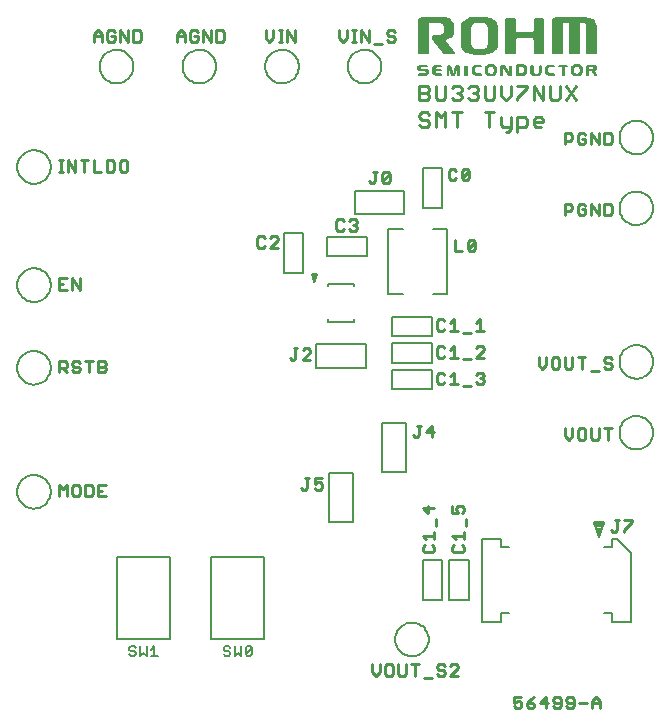
<source format=gto>
G04 Output by ViewMate Pro V11.6.20  PentaLogix*
G04 Fri Sep 23 13:45:53 2016*
%FSLAX25Y25*%
%MOIN*%
%IPPOS*%
%ADD10C,0.011*%
%ADD11C,0.009*%
%ADD12C,0.0079*%
%ADD13C,0.007*%
%ADD14C,0.0055*%

%LPD*%
X0Y0D2*D10*G1X182705Y199215D2*Y197615D1*X183515Y196815*X185115*X185915Y199215D2*X185115Y200015D1*X183515*X182705Y199215*Y198415D2*X185915D1*Y199215*X193585Y205665D2*X196795Y210475D1*X193585D2*X196795Y205665D1*X191355Y210475D2*Y206475D1*X190555Y205665*X188945*X188145Y206475*Y210475*X185915D2*Y205665D1*X182705Y210475*Y205665*X166395Y210475D2*Y206475D1*X144645Y210475D2*X147055D1*X147855Y209675*X147055Y208075D2*X147855Y207275D1*Y206475*X147055Y205665*X144645*Y210475*Y208075D2*X147055D1*X147855Y208875*Y209675*X150085Y210475D2*Y206475D1*X150885Y205665*X157125Y201625D2*Y196815D1*X158725Y201625D2*X155525D1*X167995D2*Y196815D1*X169605Y201625D2*X166395D1*X171835Y200015D2*Y197615D1*X172635Y196815*X175045*X173435Y195205D2*X174235D1*X175045Y196005*Y200015*X177275Y195205D2*Y200015D1*Y196815D2*X179675D1*X180475Y197615*Y199215*X179675Y200015*X177275*Y205665D2*Y206475D1*X180475Y209675*Y210475*X177275*X175045D2*Y207275D1*X173435Y205665*X171835Y207275*Y210475*X169605D2*Y206475D1*X168805Y205665*X167195*X166395Y206475*X162565Y208075D2*X163365D1*X160955Y206475D2*X161765Y205665D1*X163365*X164165Y206475*Y207275*X163365Y208075*X164165Y208875*Y209675*X163365Y210475*X161765*X160955Y209675*X157125Y208075D2*X157925D1*X155525Y206475D2*X156325Y205665D1*X157925*X158725Y206475*Y207275*X157925Y208075*X158725Y208875*Y209675*X157925Y210475*X156325*X155525Y209675*X153285Y210475D2*Y206475D1*X152485Y205665*X150885*X150085Y196815D2*Y201625D1*X153285Y196815D2*Y201625D1*X151685Y200015*X150085Y201625*X147855Y200815D2*X147055Y201625D1*X145445*X144645Y200815*Y200015*X145445Y199215*X147055*X147855Y198415*Y197615*X147055Y196815*X145445*X144645Y197615*D11*X136475Y228445D2*X135835Y229085D1*X134555*X133925Y228445*Y227805*X134555Y227165*X135835*X136475Y226535*Y225895*X135835Y225255*X134555*X133925Y225895*X129575Y224615D2*X132125D1*X127775Y229085D2*Y225255D1*X125225Y229085*Y225255*X122325D2*X123595D1*X122955Y229085D2*Y225255D1*X122325Y229085D2*X123595D1*X120525D2*Y226535D1*X119245Y225255*X117975Y226535*Y229085*X103165D2*Y225255D1*X100615Y229085*Y225255*X97715D2*X98995D1*X98355Y229085D2*Y225255D1*X97715Y229085D2*X98995D1*X95915D2*Y226535D1*X94645Y225255*X93365Y226535*Y229085*X76885D2*Y225255D1*X78805*X79435Y225895*Y228445*X78805Y229085*X76885*X75085D2*Y225255D1*X72535Y229085*Y225255*X63835Y227805D2*Y225255D1*X66385Y227165D2*X63835D1*X68185Y225895D2*X68825Y225255D1*X70105*X70735Y225895*Y227165*X69465*X70735Y228445D2*X70105Y229085D1*X68825*X68185Y228445*Y225895*X66385Y225255D2*Y227805D1*X65115Y229085*X63835Y227805*X49325Y229085D2*Y225255D1*X51245*X51885Y225895*Y228445*X51245Y229085*X49325*X47535D2*Y225255D1*X44975Y229085*Y225255*X38825Y227165D2*X36275D1*X40625Y225895D2*X41265Y225255D1*X42545*X43185Y225895*Y227165*X41905*X43185Y228445D2*X42545Y229085D1*X41265*X40625Y228445*Y225895*X38825Y225255D2*Y227805D1*X37555Y229085*X36275Y227805*Y225255*X27365Y181945D2*Y185775D1*X44765Y182585D2*Y185135D1*X45405Y185775*X46685*X47315Y185135*Y182585*X46685Y181945*X45405*X44765Y182585*X40415Y181945D2*Y185775D1*X42335*X42965Y185135*Y182585*X42335Y181945*X40415*X38615D2*X36065D1*Y185775*X32995D2*Y181945D1*X31715Y185775D2*X34265D1*X29915D2*Y181945D1*X27365Y185775*X24465D2*X25745D1*X25105Y181945D2*Y185775D1*X24465Y181945D2*X25745D1*Y144495D2*X24465D1*X28815Y146405D2*X31365Y142575D1*X27015Y146405D2*X24465D1*Y142575*X27015*X28815Y146405D2*Y142575D1*X31365D2*Y146405D1*X37515Y115015D2*X39435D1*X40065Y115655*Y116295*X39435Y116935*X37515D2*X39435D1*X40065Y117575*Y118205*X39435Y118845*X37515*Y115015*X34445Y118845D2*Y115015D1*X33165Y118845D2*X35715D1*X31365Y118205D2*X30735Y118845D1*X29455*X28815Y118205*Y117575*X29455Y116935*X30735*X31365Y116295*Y115655*X30735Y115015*X29455*X28815Y115655*X26385Y116295D2*X27015Y116935D1*Y118205*X26385Y118845*X24465*Y115015*X26385Y116295D2*X24465D1*X27015Y115015D2*X25745Y116295D1*X27015Y77505D2*X25745Y76235D1*X24465Y77505*Y73675*X27015Y77505D2*Y73675D1*X31365Y76865D2*X30735Y77505D1*X29455*X28815Y76865*Y74315*X29455Y73675*X30735*X31365Y74315*Y76865*X35715D2*Y74315D1*X35085Y73675*X33165*Y77505*X35085*X35715Y76865*X38795Y75595D2*X37515D1*X40065Y77505D2*X37515D1*Y73675*X40065*X184805Y4925D2*X186715Y6835D1*Y3015*X202205D2*Y5565D1*X203475Y6835*X204755Y5565*Y3015*X202205Y4925D2*X204755D1*X197855D2*X200405D1*X196055D2*X194145D1*X193505Y5565*Y6205*X194145Y6835*X195415*X196055Y6205*Y3645*X195415Y3015*X194145*X193505Y3645*X191705D2*X191065Y3015D1*X189795*X189155Y3645*Y5565D2*Y6205D1*X189795Y6835*X191065*X191705Y6205*Y3645*Y4925D2*X189795D1*X189155Y5565*X184805Y4925D2*X187355D1*X183005Y6835D2*X181725Y6205D1*X180455Y4925*Y3645*X181095Y3015*X182365*X183005Y3645*Y4285*X182365Y4925*X180455*X176105Y6835D2*X178655D1*X176105Y3645D2*X176745Y3015D1*X178015*X178655Y3645*Y4925*X178015Y5565*X177375*X176105Y4925*Y6835*X157515Y13835D2*X154955D1*X157515Y16385*Y17025*X156875Y17665*X155595*X154955Y17025*X153165D2*X152525Y17665D1*X151245*X150605Y17025*Y16385*X151245Y15755*X152525*X153165Y15115*Y14475*X152525Y13835*X151245*X150605Y14475*X146255Y13195D2*X148815D1*X143185Y17665D2*Y13835D1*X141905Y17665D2*X144465D1*X140115D2*Y14475D1*X139475Y13835*X138195*X137555Y14475*Y17665*X133205Y17025D2*X133845Y17665D1*X135125*X135765Y17025*Y14475*X135125Y13835*X133845*X133205Y14475*Y17025*X131415Y17665D2*Y15115D1*X130135Y13835*X128855Y15115*Y17665*X105335Y76485D2*X105975Y75845D1*X106605*X107245Y76485*Y79675*X107885D2*X106605D1*X112235D2*X109685D1*Y77755*X112235Y76485D2*Y77755D1*X111595Y78395*X110955*X109685Y77755*Y76485D2*X110325Y75845D1*X111595*X112235Y76485*X158755Y68025D2*X159395Y68665D1*Y69945*X158755Y70585*X157475*X156845Y69945*Y69305*X157475Y68025*X155565*Y70585*X149555Y69945D2*X145725D1*X147635Y68025*Y70585*X150185Y63675D2*Y66235D1*X149555Y59325D2*Y61885D1*Y60605D2*X145725D1*X146995Y59325*X146365Y57535D2*X145725Y56895D1*Y55615*X146365Y54975*X148915*X149555Y55615*Y56895*X148915Y57535*X158755D2*X159395Y56895D1*Y55615*X158755Y54975*X156205*X155565Y55615*Y56895*X156205Y57535*X156845Y59325D2*X155565Y60605D1*X159395*Y61885D2*Y59325D1*X160035Y66235D2*Y63675D1*X212875Y65695D2*X215425D1*Y65055*X212875Y62505*Y61865*X208525Y62505D2*X209165Y61865D1*X209795*X210435Y62505*Y65695*X209795D2*X211075D1*X193085Y96405D2*Y93855D1*X194365Y92575*X195645Y93855*Y96405*X199995Y93215D2*X199355Y92575D1*X198075*X197445Y93215*Y95765*X198075Y96405*X199355*X199995Y95765*Y93215*X204345D2*X203705Y92575D1*X202425*X201795Y93215*Y96405*X204345Y93215D2*Y96405D1*X207415D2*Y92575D1*X208695Y96405D2*X206145D1*X208695Y119385D2*X208055Y120025D1*X206775*X206145Y119385*Y118755*X206775Y118115*X208055*X208695Y117475*Y116835*X208055Y116195*X206775*X206145Y116835*X201795Y115565D2*X204345D1*X198715Y120025D2*Y116195D1*X197445Y120025D2*X199995D1*X195645D2*Y116835D1*X195005Y116195*X193725*X193085Y116835*Y120025*X188735Y119385D2*X189375Y120025D1*X190655*X191295Y119385*Y116835*X190655Y116195*X189375*X188735Y116835*Y119385*X186945Y120025D2*Y117475D1*X185665Y116195*X184385Y117475*Y120025*X166055Y119935D2*X163505D1*X166055Y122495*Y123125*X165415Y123765*X164135*X163505Y123125*Y131345D2*X164775Y132625D1*Y128795*X163505D2*X166055D1*X159155Y128155D2*X161705D1*X154805Y128795D2*X157355D1*X156075D2*Y132625D1*X154805Y131345*X153005Y131985D2*X152365Y132625D1*X151085*X150455Y131985*Y129435*X151085Y128795*X152365*X153005Y129435*Y120575D2*X152365Y119935D1*X151085*X150455Y120575*Y123125*X151085Y123765*X152365*X153005Y123125*X154805Y122495D2*X156075Y123765D1*Y119935*X157355D2*X154805D1*X161705Y119305D2*X159155D1*X163505Y114275D2*X164135Y114905D1*X165415*X166055Y114275*Y113635*X165415Y112995*X164775D2*X165415D1*X166055Y112355*Y111715*X165415Y111085*X164135*X163505Y111715*X159155Y110445D2*X161705D1*X151085Y111085D2*X150455Y111715D1*Y114275*X151085Y114905*X152365*X153005Y114275*X154805Y113635D2*X156075Y114905D1*Y111085*X154805D2*X157355D1*X153005Y111715D2*X152365Y111085D1*X151085*X146925Y95275D2*X148845Y97195D1*Y93365*X146925Y95275D2*X149475D1*X145125Y97195D2*X143855D1*X144495D2*Y94005D1*X143855Y93365*X143215*X142575Y94005*X105745Y119155D2*X108295D1*X105745Y122345D2*X106385Y122975D1*X107665*X108295Y122345*Y121705*X105745Y119155*X101395Y119795D2*X102035Y119155D1*X102675*X103315Y119795*Y122975*X102675D2*X103945D1*X97475Y156555D2*X94925D1*X97475Y159745D2*Y159105D1*X94925Y156555*X93125Y157195D2*X92485Y156555D1*X91205*X90565Y157195*Y159745*X91205Y160385*X92485*X93125Y159745*X94925D2*X95555Y160385D1*X96835*X97475Y159745*X123255Y166085D2*X123885Y165455D1*Y164815*X123255Y164175*X122615D2*X123255D1*X123885Y163535*Y162905*X123255Y162265*X121975*X121335Y162905*X119535D2*X118905Y162265D1*X117625*X116985Y162905*Y165455*X117625Y166085*X118905*X119535Y165455*X121335D2*X121975Y166085D1*X123255*X127815Y178645D2*X128455Y178015D1*X129085*X129725Y178645*Y181835*X130365D2*X129085D1*X134715Y181205D2*X134075Y181835D1*X132805*X132165Y181205*Y178645*X134715D2*Y181205D1*X132165Y178645*X132805Y178015*X134075*X134715Y178645*X156945Y179635D2*X156305Y178995D1*X158735Y182185D2*Y179635D1*X161295Y182185D2*Y179635D1*X160655Y178995*X159375*X158735Y179635*X161295Y182185*X160655Y182825*X159375*X158735Y182185*X156945D2*X156305Y182825D1*X155025*X154385Y182185*Y179635*X155025Y178995*X156305*X156355Y159205D2*Y155375D1*X158905*X160705Y156015D2*Y158565D1*X161345Y159205*X162625*X163255Y158565*X160705Y156015*X161345Y155375*X162625*X163255Y156015*Y158565*X195645Y170575D2*X195005Y171205D1*X193085*Y167385*Y168655D2*X195005D1*X195645Y169295*Y170575*X197445D2*X198075Y171205D1*X199355*X199995Y170575*Y168015D2*X199355Y167385D1*X198075*X197445Y168015*Y170575*X198715Y169295D2*X199995D1*Y168015*X201795Y171205D2*Y167385D1*X206145Y171205D2*X208055D1*X208695Y170575*Y168015*X208055Y167385*X206145*Y171205*X204345D2*Y167385D1*X201795Y171205*Y194835D2*Y191005D1*X206145Y194835D2*X208055D1*X208695Y194195*Y191645*X208055Y191005*X206145*Y194835*X204345D2*Y191005D1*X201795Y194835*X199995Y194195D2*X199355Y194835D1*X198075*X197445Y194195*X198715Y192915D2*X199995D1*Y191645*X199355Y191005*X198075*X197445Y191645*Y194195*X193085Y194835D2*X195005D1*X195645Y194195*Y192915*X195005Y192275*X193085*Y194835D2*Y191005D1*D12*X211345Y193305D2*X211365Y192835D1*X211425Y192375*X211525Y191915*X211655Y191465*X211825Y191035*X212035Y190615*X212275Y190215*X212555Y189835*X212865Y189475*X213195Y189155*X213555Y188855*X213935Y188585*X214345Y188355*X214765Y188155*X215205Y187985*X215655Y187865*X216115Y187775*X216585Y187725*X217055Y187715*X217515Y187745*X217985Y187815*X218435Y187925*X218885Y188065*X219315Y188245*X219735Y188465*X220125Y188715*X220495Y188995*X220845Y189315*X221165Y189655*X221455Y190015*X221715Y190405*X221945Y190815*X222135Y191245*X222285Y191685*X222405Y192145*X222485Y192605*X222525Y193075*Y193535*X222485Y194005*X222405Y194465*X222285Y194925*X222135Y195365*X221945Y195795*X221715Y196205*X221455Y196595*X221165Y196955*X220845Y197295*X220495Y197615*X220125Y197895*X219725Y198145*X219315Y198365*X218885Y198545*X218435Y198685*X217985Y198795*X217515Y198865*X217055Y198895*X216585Y198885*X216115Y198835*X215655Y198745*X215205Y198625*X214765Y198455*X214345Y198255*X213935Y198025*X213555Y197755*X213195Y197455*X212865Y197135*X212555Y196775*X212275Y196395*X212035Y195995*X211825Y195575*X211655Y195145*X211525Y194695*X211425Y194235*X211365Y193775*X211345Y193305*Y169685D2*X211365Y169215D1*X211425Y168755*X211525Y168295*X211655Y167845*X211825Y167415*X212035Y166995*X212275Y166595*X212555Y166215*X212865Y165855*X213195Y165535*X213555Y165235*X213935Y164965*X214345Y164735*X214765Y164535*X215205Y164365*X215655Y164245*X216115Y164155*X216585Y164105*X217055Y164095*X217515Y164125*X217985Y164195*X218435Y164305*X218885Y164445*X219315Y164625*X219735Y164845*X220125Y165095*X220495Y165375*X220845Y165695*X221165Y166035*X221455Y166395*X221715Y166785*X221945Y167195*X222135Y167625*X222285Y168065*X222405Y168525*X222485Y168985*X222525Y169455*Y169915*X222485Y170385*X222405Y170845*X222285Y171305*X222135Y171745*X221945Y172175*X221715Y172585*X221455Y172975*X221165Y173335*X220845Y173675*X220495Y173995*X220125Y174275*X219725Y174525*X219315Y174745*X218885Y174925*X218435Y175065*X217985Y175175*X217515Y175245*X217055Y175275*X216585Y175265*X216115Y175215*X215655Y175125*X215205Y175005*X214765Y174835*X214345Y174635*X213935Y174405*X213555Y174135*X213195Y173835*X212865Y173515*X212555Y173155*X212275Y172775*X212035Y172375*X211825Y171955*X211655Y171525*X211525Y171075*X211425Y170615*X211365Y170155*X211345Y169685*Y118505D2*X211365Y118035D1*X211425Y117575*X211525Y117115*X211655Y116665*X211825Y116235*X212035Y115815*X212275Y115415*X212555Y115035*X212865Y114675*X213195Y114355*X213555Y114055*X213935Y113785*X214345Y113555*X214765Y113355*X215205Y113185*X215655Y113065*X216115Y112975*X216585Y112925*X217055Y112915*X217515Y112945*X217985Y113015*X218435Y113125*X218885Y113265*X219315Y113445*X219735Y113665*X220125Y113915*X220495Y114195*X220845Y114515*X221165Y114855*X221455Y115215*X221715Y115605*X221945Y116015*X222135Y116445*X222285Y116885*X222405Y117345*X222485Y117805*X222525Y118275*Y118735*X222485Y119205*X222405Y119665*X222285Y120125*X222135Y120565*X221945Y120995*X221715Y121405*X221455Y121795*X221165Y122155*X220845Y122495*X220495Y122815*X220125Y123095*X219725Y123345*X219315Y123565*X218885Y123745*X218435Y123885*X217985Y123995*X217515Y124065*X217055Y124095*X216585Y124085*X216115Y124035*X215655Y123945*X215205Y123825*X214765Y123655*X214345Y123455*X213935Y123225*X213555Y122955*X213195Y122655*X212865Y122335*X212555Y121975*X212275Y121595*X212035Y121195*X211825Y120775*X211655Y120345*X211525Y119895*X211425Y119435*X211365Y118975*X211345Y118505*Y94885D2*X211365Y94415D1*X211425Y93955*X211525Y93495*X211655Y93045*X211825Y92615*X212035Y92195*X212275Y91795*X212555Y91415*X212865Y91055*X213195Y90735*X213555Y90435*X213935Y90165*X214345Y89935*X214765Y89735*X215205Y89565*X215655Y89445*X216115Y89355*X216585Y89305*X217055Y89295*X217515Y89325*X217985Y89395*X218435Y89505*X218885Y89645*X219315Y89825*X219735Y90045*X220125Y90295*X220495Y90575*X220845Y90895*X221165Y91235*X221455Y91595*X221715Y91985*X221945Y92395*X222135Y92825*X222285Y93265*X222405Y93725*X222485Y94185*X222525Y94655*Y95115*X222485Y95585*X222405Y96045*X222285Y96505*X222135Y96945*X221945Y97375*X221715Y97785*X221455Y98175*X221165Y98535*X220845Y98875*X220495Y99195*X220125Y99475*X219725Y99725*X219315Y99945*X218885Y100125*X218435Y100265*X217985Y100375*X217515Y100445*X217055Y100475*X216585Y100465*X216115Y100415*X215655Y100325*X215205Y100205*X214765Y100035*X214345Y99835*X213935Y99605*X213555Y99335*X213195Y99035*X212865Y98715*X212555Y98355*X212275Y97975*X212035Y97575*X211825Y97155*X211655Y96725*X211525Y96275*X211425Y95815*X211365Y95355*X211345Y94885*X206105Y34645D2*X208855D1*Y31895*X215155*Y54725*X210435Y59455*X208855*Y56695*X206105*X204685Y60645D2*X204375D1*X204085Y61415D2*X204975D1*X205265Y62185D2*X203795D1*X203505Y62955D2*X205545D1*X205835Y63735D2*X203215D1*X202925Y64505D2*X206125D1*X202755Y64965D2*X206305D1*X204525Y60235*X202755Y64965*X174605Y56695D2*X171855D1*Y59455*X165555*Y31895*X174605Y34645D2*X171855D1*Y31895*X165555*X154625Y38975D2*Y52365D1*X161125*Y38975*X154625*X145765D2*Y52365D1*X152265*Y38975*X145765*X136535Y25985D2*X136555Y25515D1*X136615Y25055*X136715Y24595*X136845Y24145*X137015Y23715*X137225Y23295*X137465Y22895*X137745Y22515*X138055Y22155*X138385Y21835*X138745Y21535*X139125Y21265*X139535Y21035*X139955Y20835*X140395Y20665*X140845Y20545*X141305Y20455*X141775Y20405*X142245Y20395*X142705Y20425*X143175Y20495*X143625Y20605*X144075Y20745*X144505Y20925*X144925Y21145*X145315Y21395*X145685Y21675*X146035Y21995*X146355Y22335*X146645Y22695*X146905Y23085*X147135Y23495*X147325Y23925*X147475Y24365*X147595Y24825*X147675Y25285*X147715Y25755*Y26215*X147675Y26685*X147595Y27145*X147475Y27605*X147325Y28045*X147135Y28475*X146905Y28885*X146645Y29275*X146355Y29635*X146035Y29975*X145685Y30295*X145315Y30575*X144915Y30825*X144505Y31045*X144075Y31225*X143625Y31365*X143175Y31475*X142705Y31545*X142245Y31575*X141775Y31565*X141305Y31515*X140845Y31425*X140395Y31305*X139955Y31135*X139535Y30935*X139125Y30705*X138745Y30435*X138385Y30135*X138055Y29815*X137745Y29455*X137465Y29075*X137225Y28675*X137015Y28255*X136845Y27825*X136715Y27375*X136615Y26915*X136555Y26455*X136535Y25985*X10555Y75195D2*X10575Y74725D1*X10635Y74265*X10735Y73805*X10865Y73355*X11035Y72925*X11245Y72505*X11485Y72105*X11765Y71725*X12075Y71365*X12405Y71045*X12765Y70745*X13145Y70475*X13555Y70245*X13975Y70045*X14415Y69875*X14865Y69755*X15325Y69665*X15795Y69615*X16265Y69605*X16725Y69635*X17195Y69705*X17645Y69815*X18095Y69955*X18525Y70135*X18945Y70355*X19335Y70605*X19705Y70885*X20055Y71205*X20375Y71545*X20665Y71905*X20925Y72295*X21155Y72705*X21345Y73135*X21495Y73575*X21615Y74035*X21695Y74495*X21735Y74965*Y75425*X21695Y75895*X21615Y76355*X21495Y76815*X21345Y77255*X21155Y77685*X20925Y78095*X20665Y78485*X20375Y78845*X20055Y79185*X19705Y79505*X19335Y79785*X18935Y80035*X18525Y80255*X18095Y80435*X17645Y80575*X17195Y80685*X16725Y80755*X16265Y80785*X15795Y80775*X15325Y80725*X14865Y80635*X14415Y80515*X13975Y80345*X13555Y80145*X13145Y79915*X12765Y79645*X12405Y79345*X12075Y79025*X11765Y78665*X11485Y78285*X11245Y77885*X11035Y77465*X10865Y77035*X10735Y76585*X10635Y76125*X10575Y75665*X10555Y75195*Y116535D2*X10575Y116065D1*X10635Y115605*X10735Y115145*X10865Y114695*X11035Y114265*X11245Y113845*X11485Y113445*X11765Y113065*X12075Y112705*X12405Y112385*X12765Y112085*X13145Y111815*X13555Y111585*X13975Y111385*X14415Y111215*X14865Y111095*X15325Y111005*X15795Y110955*X16265Y110945*X16725Y110975*X17195Y111045*X17645Y111155*X18095Y111295*X18525Y111475*X18945Y111695*X19335Y111945*X19705Y112225*X20055Y112545*X20375Y112885*X20665Y113245*X20925Y113635*X21155Y114045*X21345Y114475*X21495Y114915*X21615Y115375*X21695Y115835*X21735Y116305*Y116765*X21695Y117235*X21615Y117695*X21495Y118155*X21345Y118595*X21155Y119025*X20925Y119435*X20665Y119825*X20375Y120185*X20055Y120525*X19705Y120845*X19335Y121125*X18935Y121375*X18525Y121595*X18095Y121775*X17645Y121915*X17195Y122025*X16725Y122095*X16265Y122125*X15795Y122115*X15325Y122065*X14865Y121975*X14415Y121855*X13975Y121685*X13555Y121485*X13145Y121255*X12765Y120985*X12405Y120685*X12075Y120365*X11765Y120005*X11485Y119625*X11245Y119225*X11035Y118805*X10865Y118375*X10735Y117925*X10635Y117465*X10575Y117005*X10555Y116535*Y144095D2*X10575Y143625D1*X10635Y143165*X10735Y142705*X10865Y142255*X11035Y141825*X11245Y141405*X11485Y141005*X11765Y140625*X12075Y140265*X12405Y139945*X12765Y139645*X13145Y139375*X13555Y139145*X13975Y138945*X14415Y138775*X14865Y138655*X15325Y138565*X15795Y138515*X16265Y138505*X16725Y138535*X17195Y138605*X17645Y138715*X18095Y138855*X18525Y139035*X18945Y139255*X19335Y139505*X19705Y139785*X20055Y140105*X20375Y140445*X20665Y140805*X20925Y141195*X21155Y141605*X21345Y142035*X21495Y142475*X21615Y142935*X21695Y143395*X21735Y143865*Y144325*X21695Y144795*X21615Y145255*X21495Y145715*X21345Y146155*X21155Y146585*X20925Y146995*X20665Y147385*X20375Y147745*X20055Y148085*X19705Y148405*X19335Y148685*X18935Y148935*X18525Y149155*X18095Y149335*X17645Y149475*X17195Y149585*X16725Y149655*X16265Y149685*X15795Y149675*X15325Y149625*X14865Y149535*X14415Y149415*X13975Y149245*X13555Y149045*X13145Y148815*X12765Y148545*X12405Y148245*X12075Y147925*X11765Y147565*X11485Y147185*X11245Y146785*X11035Y146365*X10865Y145935*X10735Y145485*X10635Y145025*X10575Y144565*X10555Y144095*Y183465D2*X10575Y182995D1*X10635Y182535*X10735Y182075*X10865Y181625*X11035Y181195*X11245Y180775*X11485Y180375*X11765Y179995*X12075Y179635*X12405Y179315*X12765Y179015*X13145Y178745*X13555Y178515*X13975Y178315*X14415Y178145*X14865Y178025*X15325Y177935*X15795Y177885*X16265Y177875*X16725Y177905*X17195Y177975*X17645Y178085*X18095Y178225*X18525Y178405*X18945Y178625*X19335Y178875*X19705Y179155*X20055Y179475*X20375Y179815*X20665Y180175*X20925Y180565*X21155Y180975*X21345Y181405*X21495Y181845*X21615Y182305*X21695Y182765*X21735Y183235*Y183695*X21695Y184165*X21615Y184625*X21495Y185085*X21345Y185525*X21155Y185955*X20925Y186365*X20665Y186755*X20375Y187115*X20055Y187455*X19705Y187775*X19335Y188055*X18935Y188305*X18525Y188525*X18095Y188705*X17645Y188845*X17195Y188955*X16725Y189025*X16265Y189055*X15795Y189045*X15325Y188995*X14865Y188905*X14415Y188785*X13975Y188615*X13555Y188415*X13145Y188185*X12765Y187915*X12405Y187615*X12075Y187295*X11765Y186935*X11485Y186555*X11245Y186155*X11035Y185735*X10865Y185305*X10735Y184855*X10635Y184395*X10575Y183935*X10555Y183465*X38115Y216935D2*X38135Y216465D1*X38195Y216005*X38295Y215545*X38425Y215095*X38595Y214665*X38805Y214245*X39045Y213845*X39325Y213465*X39635Y213105*X39965Y212785*X40325Y212485*X40705Y212215*X41115Y211985*X41535Y211785*X41975Y211615*X42425Y211495*X42885Y211405*X43355Y211355*X43825Y211345*X44285Y211375*X44755Y211445*X45205Y211555*X45655Y211695*X46085Y211875*X46505Y212095*X46895Y212345*X47265Y212625*X47615Y212945*X47935Y213285*X48225Y213645*X48485Y214035*X48715Y214445*X48905Y214875*X49055Y215315*X49175Y215775*X49255Y216235*X49295Y216705*Y217165*X49255Y217635*X49175Y218095*X49055Y218555*X48905Y218995*X48715Y219425*X48485Y219835*X48225Y220225*X47935Y220585*X47615Y220925*X47265Y221245*X46895Y221525*X46495Y221775*X46085Y221995*X45655Y222175*X45205Y222315*X44755Y222425*X44285Y222495*X43825Y222525*X43355Y222515*X42885Y222465*X42425Y222375*X41975Y222255*X41535Y222085*X41115Y221885*X40705Y221655*X40325Y221385*X39965Y221085*X39635Y220765*X39325Y220405*X39045Y220025*X38805Y219625*X38595Y219205*X38425Y218775*X38295Y218325*X38195Y217865*X38135Y217405*X38115Y216935*X65675D2*X65695Y216465D1*X65755Y216005*X65855Y215545*X65985Y215095*X66155Y214665*X66365Y214245*X66605Y213845*X66885Y213465*X67195Y213105*X67525Y212785*X67885Y212485*X68265Y212215*X68675Y211985*X69095Y211785*X69535Y211615*X69985Y211495*X70445Y211405*X70915Y211355*X71385Y211345*X71845Y211375*X72315Y211445*X72765Y211555*X73215Y211695*X73645Y211875*X74065Y212095*X74455Y212345*X74825Y212625*X75175Y212945*X75495Y213285*X75785Y213645*X76045Y214035*X76275Y214445*X76465Y214875*X76615Y215315*X76735Y215775*X76815Y216235*X76855Y216705*Y217165*X76815Y217635*X76735Y218095*X76615Y218555*X76465Y218995*X76275Y219425*X76045Y219835*X75785Y220225*X75495Y220585*X75175Y220925*X74825Y221245*X74455Y221525*X74055Y221775*X73645Y221995*X73215Y222175*X72765Y222315*X72315Y222425*X71845Y222495*X71385Y222525*X70915Y222515*X70445Y222465*X69985Y222375*X69535Y222255*X69095Y222085*X68675Y221885*X68265Y221655*X67885Y221385*X67525Y221085*X67195Y220765*X66885Y220405*X66605Y220025*X66365Y219625*X66155Y219205*X65985Y218775*X65855Y218325*X65755Y217865*X65695Y217405*X65675Y216935*X93235D2*X93255Y216465D1*X93315Y216005*X93415Y215545*X93545Y215095*X93715Y214665*X93925Y214245*X94165Y213845*X94445Y213465*X94755Y213105*X95085Y212785*X95445Y212485*X95825Y212215*X96235Y211985*X96655Y211785*X97095Y211615*X97545Y211495*X98005Y211405*X98475Y211355*X98945Y211345*X99405Y211375*X99875Y211445*X100325Y211555*X100775Y211695*X101205Y211875*X101625Y212095*X102015Y212345*X102385Y212625*X102735Y212945*X103055Y213285*X103345Y213645*X103605Y214035*X103835Y214445*X104025Y214875*X104175Y215315*X104295Y215775*X104375Y216235*X104415Y216705*Y217165*X104375Y217635*X104295Y218095*X104175Y218555*X104025Y218995*X103835Y219425*X103605Y219835*X103345Y220225*X103055Y220585*X102735Y220925*X102385Y221245*X102015Y221525*X101615Y221775*X101205Y221995*X100775Y222175*X100325Y222315*X99875Y222425*X99405Y222495*X98945Y222525*X98475Y222515*X98005Y222465*X97545Y222375*X97095Y222255*X96655Y222085*X96235Y221885*X95825Y221655*X95445Y221385*X95085Y221085*X94755Y220765*X94445Y220405*X94165Y220025*X93925Y219625*X93715Y219205*X93545Y218775*X93415Y218325*X93315Y217865*X93255Y217405*X93235Y216935*X120785D2*X120805Y216465D1*X120865Y216005*X120965Y215545*X121095Y215095*X121265Y214665*X121475Y214245*X121715Y213845*X121995Y213465*X122305Y213105*X122635Y212785*X122995Y212485*X123375Y212215*X123785Y211985*X124205Y211785*X124645Y211615*X125095Y211495*X125555Y211405*X126025Y211355*X126495Y211345*X126955Y211375*X127425Y211445*X127875Y211555*X128325Y211695*X128755Y211875*X129175Y212095*X129565Y212345*X129935Y212625*X130285Y212945*X130605Y213285*X130895Y213645*X131155Y214035*X131385Y214445*X131575Y214875*X131725Y215315*X131845Y215775*X131925Y216235*X131965Y216705*Y217165*X131925Y217635*X131845Y218095*X131725Y218555*X131575Y218995*X131385Y219425*X131155Y219835*X130895Y220225*X130605Y220585*X130285Y220925*X129935Y221245*X129565Y221525*X129165Y221775*X128755Y221995*X128325Y222175*X127875Y222315*X127425Y222425*X126955Y222495*X126495Y222525*X126025Y222515*X125555Y222465*X125095Y222375*X124645Y222255*X124205Y222085*X123785Y221885*X123375Y221655*X122995Y221385*X122635Y221085*X122305Y220765*X121995Y220405*X121715Y220025*X121475Y219625*X121265Y219205*X121095Y218775*X120965Y218325*X120865Y217865*X120805Y217405*X120785Y216935*X145765Y169885D2*Y183265D1*X152265*Y169885*X145765*X149015Y162795D2*X153935D1*Y141145*X149015*X139175D2*X134255D1*Y162795*X139175*X123035Y167715D2*Y175595D1*X139565*Y167715*X123035*X113785Y153645D2*Y160135D1*X127165*Y153645*X113785*X106005Y148225D2*Y161615D1*X99505*Y148225*X106005*X109755Y145605D2*X109535D1*X109275Y146375D2*X110015D1*X110275Y147155D2*X109025D1*X110435Y147635D2*X109645Y145275D1*X108855Y147635*X110435*X122835Y143705D2*Y144485D1*X114175*Y143705*Y132675D2*Y131895D1*X122835*Y132675*X135435Y127065D2*X148825D1*Y133565*X135435*Y127065*X126775Y116535D2*X110235D1*Y124415*X126775*Y116535*X135435Y118205D2*X148825D1*Y124705*X135435*Y118205*Y109355D2*X148825D1*Y115845*X135435*Y109355*X132285Y81695D2*X140155D1*Y98225*X132285*Y81695*X114565Y64965D2*Y81495D1*X122445*Y64965*X114565*X75195Y25985D2*Y53545D1*X92915*Y25985*X75195*X61415D2*Y53545D1*X43705*Y25985*X61415*D13*X47945Y20975D2*X48485Y20435D1*X49565*X50105Y20975*Y21505*X49565Y22045*X48485*X47945Y22585*Y23125*X48485Y23665*X49565*X50105Y23125*X51565Y23665D2*Y20435D1*X52645Y21505*X53725Y20435*Y23665*X55195Y22585D2*X56275Y23665D1*Y20435*X57355D2*X55195D1*X85225D2*Y23665D1*X79435Y20975D2*X79975Y20435D1*X81055*X81595Y20975*Y21505*X81055Y22045*X79975*X79435Y22585*Y23125*X79975Y23665*X81055*X81595Y23125*X83065Y23665D2*Y20435D1*X84145Y21505*X85225Y20435*X86685Y20975D2*Y23125D1*X87225Y23665*X88305*X88845Y23125D2*Y20975D1*X88305Y20435*X87225*X86685Y20975*X88845Y23125*X88305Y23665*D14*X200725Y217215D2*Y214255D1*X200525*X200455Y215635D2*Y214255D1*X202345Y215765D2*X202505Y215785D1*X202665Y215835*X202805Y215925*X202915Y216035*X203005Y216175*X203055Y216335*X203075Y216495*X202705Y217285D2*X202855Y217265D1*X203005Y217225*X203145Y217155*X203265Y217055*X203365Y216935*X203435Y216795*X203475Y216645*X203495Y216495*X202755Y215765D2*X202915Y215785D1*X203075Y215835*X203215Y215925*X203325Y216035*X203415Y216175*X203465Y216335*X203485Y216495*X203075D2*X203055Y216645D1*X203015Y216795*X202945Y216935*X202845Y217055*X202725Y217155*X202585Y217225*X202435Y217265*X202285Y217285*X202705D2*X201835D1*X202285D2*X201835D1*X200455*Y215765*Y215635*X202035*X202755Y215765D2*X202385D1*X202035*X201625D2*X202035D1*X203145Y214255*X203445D2*X203205D1*X202385Y215765D2*X203485Y214255D1*X202345Y215765D2*X201625D1*X200455*X198385Y216235D2*X198365Y216415D1*X198325Y216595*X198245Y216765*X198135Y216905*X198005Y217035*X197865Y217145*X197695Y217225*X197515Y217265*X197335Y217285*X197465Y217425D2*X197675Y217405D1*X197875Y217355*X198075Y217275*X198255Y217165*X198415Y217035*X198545Y216875*X198655Y216695*X198735Y216495*X198785Y216295*X198805Y216085*X197415Y214125D2*X197635Y214145D1*X197845Y214195*X198045Y214275*X198225Y214385*X198395Y214525*X198535Y214695*X198645Y214875*X198725Y215075*X198775Y215285*X198795Y215505*X198805Y216085D2*Y215505D1*X198385Y216235D2*Y215325D1*X198365Y215135*X198325Y214955*X198245Y214795*X198135Y214635*X198005Y214505*X197855Y214395*X197685Y214315*X197505Y214275*X197315Y214255*X195775Y215375D2*X195795Y215185D1*X195845Y214995*X195925Y214815*X196035Y214655*X196175Y214515*X196335Y214405*X196515Y214325*X196705Y214275*X196895Y214255*X197315*X196755Y214115D2*X197415D1*X196755Y214125D2*X196535Y214145D1*X196325Y214195*X196125Y214275*X195935Y214395*X195775Y214535*X195635Y214695*X195515Y214885*X195435Y215085*X195385Y215295*X195365Y215515*X195775Y216175D2*X195795Y216365D1*X195845Y216555*X195925Y216735*X196035Y216885*X196175Y217025*X196325Y217135*X196505Y217215*X196695Y217265*X196885Y217285*X197335D2*X196875D1*X197465Y217425D2*X196715D1*X196505Y217405*X196295Y217355*X196095Y217275*X195915Y217165*X195755Y217025*X195615Y216865*X195505Y216685*X195425Y216485*X195375Y216275*X195355Y216065*X195765Y215375D2*Y216175D1*X195355Y216065D2*Y215515D1*X144375Y221835D2*X147405D1*Y222375D2*X144375D1*Y222915D2*X147405D1*Y223445D2*X144375D1*Y223985D2*X147405D1*Y224515D2*X144375D1*Y225055D2*X147405D1*Y225595D2*X144375D1*Y226125D2*X147405D1*Y226665D2*X144375D1*X146405Y233095D2*X152905D1*X154545Y232565D2*X144375D1*X152665Y227735D2*X155755D1*X155935Y228275D2*X153085D1*X153175Y228805D2*X155945D1*Y229345D2*X153195D1*Y229885D2*X155945D1*Y230415D2*X153155D1*X152965Y230955D2*X155845D1*X155615Y231495D2*X152445D1*X144375Y232025D2*X155185D1*X147535Y231495D2*X144375D1*Y230955D2*X147405D1*Y230415D2*X144375D1*Y229885D2*X147405D1*Y229345D2*X144375D1*Y228805D2*X147405D1*Y228275D2*X144375D1*Y227735D2*X147405D1*Y227205D2*X144375D1*X155365D2*X149335D1*Y226665D2*X154725D1*X152705Y226125D2*X149335D1*X149735Y225595D2*X152795D1*X153255Y225055D2*X150155D1*X150575Y224515D2*X153725D1*X154185Y223985D2*X151005D1*X151425Y223445D2*X154655D1*X155115Y222915D2*X151845D1*X152265Y222375D2*X155585D1*X156045Y221835D2*X152695D1*X156295Y221555D2*X152915D1*X149335Y226105*Y227205*X151055*X151505Y227255*X151945Y227365*X152365Y227555*X152635Y227705*X152865Y227915*X153055Y228175*X153165Y228575*X153195Y228995*Y230235*X153095Y230665*X152915Y231065*X152715Y231285*X152485Y231475*X152225Y231615*X151685Y231805*X151125Y231895*X148245*X148025Y231865*X147825Y231775*X147645Y231645*X147515Y231475*X147435Y231265*X147405Y231055*Y221555*X144375*Y232855*X145745Y233065*X147125Y233135*X152225*X152815Y233115*X153385Y233025*X153945Y232855*X154435Y232635*X154875Y232335*X155255Y231955*X155545Y231625*X155755Y231235*X155895Y230815*X155945Y230375*Y228585*X155935Y228265*X155865Y227955*X155725Y227665*X155535Y227415*X155305Y227115*X155025Y226855*X154705Y226655*X154065Y226395*X153395Y226245*X152705Y226175*Y225695*X156295Y221555*X160525Y221835D2*X168625D1*X166755Y221305D2*X162465D1*X174825Y214255D2*X174965D1*X174475D2*X174615D1*X172345Y217285D2*X172205D1*X173445Y221835D2*X176475D1*Y222375D2*X173445D1*Y222915D2*X176475D1*Y223445D2*X173445D1*Y223985D2*X176475D1*Y224515D2*X173445D1*Y225055D2*X176475D1*Y225595D2*X173445D1*Y226125D2*X176545D1*X160765Y232565D2*X168755D1*X169575Y232025D2*X159795D1*X167745Y229885D2*X170555D1*Y229345D2*X167785D1*X167795Y228805D2*X170555D1*Y228275D2*X167795D1*Y227735D2*X170555D1*Y227205D2*X167795D1*Y226665D2*X170555D1*Y226125D2*X167795D1*Y225595D2*X170555D1*Y225055D2*X167785D1*X167765Y224515D2*X170555D1*X170515Y223985D2*X167675D1*X167525Y223445D2*X170355D1*X170015Y222915D2*X167105D1*X159705Y222375D2*X169485D1*X162335Y222915D2*X159195D1*X158905Y223445D2*X161885D1*X161705Y223985D2*X158755D1*X158705Y224515D2*X161625D1*X161605Y225055D2*X158705D1*Y225595D2*X161595D1*Y226125D2*X158705D1*Y226665D2*X161595D1*Y227205D2*X158705D1*Y227735D2*X161595D1*Y228275D2*X158705D1*Y228805D2*X161595D1*X161605Y229345D2*X158705D1*Y229885D2*X161645D1*X161715Y230415D2*X158765D1*X158925Y230955D2*X161955D1*X162435Y231495D2*X159245D1*X166705Y233095D2*X162775D1*X170065Y231495D2*X166935D1*X167415Y230955D2*X170355D1*X167585Y230585D2*X167455Y230895D1*X167265Y231175*X167035Y231415*X166765Y231615*X166225Y231805*X165665Y231895*X163735*X163305Y231845*X162885Y231735*X162495Y231545*X162175Y231255*X161925Y230905*X161735Y230515*X161625Y229795*X161595Y229065*Y227415*X158705*X161595*Y225275*X161615Y224545*X161735Y223835*X161845Y223515*X162005Y223235*X162225Y222995*X162495Y222795*X162765Y222605*X163075Y222465*X163395Y222395*X163735Y222385*X165795*X166215Y222445*X166605Y222585*X166965Y222795*X167215Y223015*X167425Y223265*X167585Y223555*X167765Y224405*X167795Y225275*Y229065*X167755Y229835*X167585Y230585*X170505Y230415D2*X167625D1*X170475Y230575D2*X170555Y230095D1*Y224455*X170515Y223975*X170385Y223515*X170165Y223095*X169865Y222725*X169405Y222295*X168865Y221945*X168275Y221695*X167705Y221475*X167105Y221335*X166485Y221285*X162695*X162065Y221345*X161435Y221475*X160835Y221695*X160335Y221925*X159875Y222225*X159455Y222585*X159155Y222965*X158925Y223385*X158775Y223835*X158705Y224315*Y227415*Y230095*X158785Y230555*X158945Y230995*X159165Y231395*X159455Y231755*X159915Y232125*X160425Y232425*X160975Y232645*X161955Y232965*X162975Y233135*X166285*X166985Y233075*X167675Y232935*X168345Y232715*X168885Y232515*X169375Y232215*X169795Y231825*X170095Y231445*X170325Y231025*X170475Y230575*X173445Y232565D2*X176475D1*Y232025D2*X173445D1*Y231495D2*X176475D1*Y230955D2*X173445D1*Y230415D2*X176475D1*Y229885D2*X173445D1*Y229345D2*X176475D1*X176505Y228805D2*X173445D1*Y228275D2*X176915D1*X185985Y227735D2*X173445D1*Y227205D2*X185985D1*Y226665D2*X173445D1*X183095Y221835D2*X185985D1*Y222375D2*X183095D1*Y222915D2*X185985D1*Y223445D2*X183095D1*Y223985D2*X185985D1*Y224515D2*X183095D1*Y225055D2*X185985D1*Y225595D2*X183095D1*X183025Y226125D2*X185985D1*Y228275D2*X182655D1*X183065Y228805D2*X185985D1*Y229345D2*X183095D1*Y229885D2*X185985D1*Y230415D2*X183095D1*Y230955D2*X185985D1*Y231495D2*X183095D1*Y232025D2*X185985D1*X183095Y232855D2*X185985D1*Y221555*X183095*Y225825*X183065Y226035*X182985Y226235*X182845Y226415*X182675Y226545*X182475Y226625*X182255Y226655*X177305*X177095Y226625*X176895Y226545*X176725Y226415*X176585Y226235*X176505Y226035*X176475Y225825*Y221555*X173445*Y232855*X176475*Y229005*X176505Y228785*X176585Y228585*X176725Y228415*X176895Y228285*X177095Y228195*X177305Y228175*X182265*X182475Y228195*X182675Y228285*X182845Y228415*X182985Y228585*X183065Y228785*X183095Y228995*Y232855*X185985Y232565D2*X183095D1*X201935D2*X189295D1*X191765Y233095D2*X199925D1*X197885Y231495D2*X194705D1*X194935Y230955D2*X197695D1*Y230415D2*X194945D1*Y229885D2*X197695D1*Y229345D2*X194945D1*Y228805D2*X197695D1*Y228275D2*X194945D1*Y227735D2*X197695D1*Y227205D2*X194945D1*Y226665D2*X197695D1*Y226125D2*X194945D1*Y225595D2*X197695D1*Y225055D2*X194945D1*Y224515D2*X197695D1*Y223985D2*X194945D1*Y223445D2*X197695D1*Y222915D2*X194945D1*Y222375D2*X197695D1*Y221835D2*X194945D1*X203485D2*X200595D1*Y222375D2*X203485D1*Y222915D2*X200595D1*Y223445D2*X203485D1*Y223985D2*X200595D1*Y224515D2*X203485D1*Y225055D2*X200595D1*Y225595D2*X203485D1*Y226125D2*X200595D1*Y226665D2*X203485D1*Y227205D2*X200595D1*Y227735D2*X203485D1*Y228275D2*X200595D1*Y228805D2*X203485D1*Y229345D2*X200595D1*Y229885D2*X203475D1*X203415Y230415D2*X200595D1*X200475Y230955D2*X203275D1*X203055Y231495D2*X200025D1*X189295Y232025D2*X202675D1*X192275Y231495D2*X189295D1*Y230955D2*X192055D1*X192045Y230415D2*X189295D1*Y229885D2*X192045D1*Y229345D2*X189295D1*Y228805D2*X192045D1*Y228275D2*X189295D1*Y227735D2*X192045D1*Y227205D2*X189295D1*Y226665D2*X192045D1*Y226125D2*X189295D1*Y225595D2*X192045D1*Y225055D2*X189295D1*Y224515D2*X192045D1*Y223985D2*X189295D1*Y223445D2*X192045D1*Y222915D2*X189295D1*Y222375D2*X192045D1*Y221835D2*X189295D1*X192045Y221555D2*X189295D1*Y232855*X191005Y233075*X192735Y233135*X199355*X200105Y233085*X200845Y232955*X201555Y232715*X201985Y232545*X202375Y232295*X202725Y231985*X203005Y231615*X203245Y231045*X203415Y230445*X203485Y229825*Y221555*X200595*Y230515*X200545Y230795*X200435Y231065*X200255Y231295*X200045Y231475*X199765Y231645*X199465Y231745*X199145Y231755*X198435*X198245Y231725*X198065Y231655*X197915Y231535*X197795Y231385*X197725Y231205*X197695Y231015*Y221555*X194945*Y230905*X194915Y231125*X194825Y231325*X194695Y231505*X194515Y231635*X194315Y231725*X194095Y231755*X192875*X192665Y231725*X192465Y231645*X192295Y231515*X192155Y231335*X192075Y231135*X192045Y230925*Y221555*X192735Y217285D2*X191085D1*X192465Y217215D2*Y214255D1*X192735*Y217285*X193975*Y217145*X191085*X187225Y216165D2*X187245Y216355D1*X187295Y216545*X187395Y216705*X187515Y216855*X187665Y216975*X187825Y217075*X188015Y217125*X188205Y217145*X189435*Y217285D2*X187945D1*X187745Y217265*X187555Y217215*X187385Y217135*X187215Y217025*X187075Y216885*X186965Y216725*X186885Y216545*X186835Y216355*X186815Y216155*X187225Y215425D2*X187245Y215245D1*X187285Y215075*X187365Y214915*X187465Y214765*X187595Y214635*X187745Y214535*X187905Y214455*X188075Y214415*X188255Y214395*X189435*Y214255D2*X187925D1*X187735Y214275*X187545Y214325*X187375Y214405*X187215Y214515*X187075Y214655*X186965Y214815*X186885Y214985*X186835Y215175*X186815Y215365*X187225Y216165D2*Y215425D1*X186815Y215365D2*Y216155D1*X184055Y214125D2*X184245Y214145D1*X184425Y214195*X184585Y214285*X184735Y214405*X184855Y214555*X184945Y214715*X184995Y214895*X185015Y215085*X185025D2*Y217285D1*X184745*Y215015*X184735Y214865*X184685Y214725*X184615Y214595*X184525Y214475*X184405Y214385*X184275Y214315*X184135Y214265*X183985Y214255*X182405Y215035D2*X182415Y214885D1*X182465Y214735*X182535Y214605*X182635Y214485*X182755Y214385*X182885Y214315*X183035Y214265*X183185Y214255*X183985*X184055Y214115D2*X182945D1*X182755Y214135*X182575Y214185*X182415Y214275*X182265Y214395*X182145Y214545*X182055Y214705*X182005Y214885*X181985Y215075*X182405Y215035D2*Y217285D1*X181985*Y215075*X180195Y215285D2*X180175Y215105D1*X180135Y214935*X180055Y214775*X179955Y214625*X179825Y214495*X179675Y214395*X179515Y214315*X179345Y214275*X179165Y214255*X178825Y214395D2*X179015Y214415D1*X179195Y214465*X179355Y214555*X179505Y214675*X179625Y214825*X179715Y214985*X179765Y215165*X179785Y215355*X179025Y217425D2*X179225Y217405D1*X179425Y217355*X179615Y217265*X179775Y217155*X179925Y217005*X180035Y216845*X180125Y216655*X180175Y216455*X180195Y216255*Y215285*X179785Y215355D2*Y216385D1*X179765Y216565*X179715Y216725*X179635Y216885*X179525Y217025*X179385Y217135*X179225Y217215*X179065Y217265*X178885Y217285*X177515*X179025Y217425D2*X177445D1*X177165D2*X177445D1*Y214255*X178825Y214395D2*X177585D1*X179165Y214255D2*X177165D1*Y217425*X175095Y217285D2*Y214255D1*X174965*Y217285*X174825D2*Y214255D1*X174685*X172685Y217285*X172345*X174345Y214255*X172205D2*Y217285D1*X172065*X171935Y214255D2*Y217285D1*X172065Y214255D2*Y217285D1*X171935*X169725Y216235D2*X169705Y216415D1*X169665Y216595*X169585Y216765*X169475Y216905*X169345Y217035*X169205Y217145*X169035Y217225*X168855Y217265*X168675Y217285*X168805Y217425D2*X169015Y217405D1*X169215Y217355*X169415Y217275*X169595Y217165*X169755Y217035*X169885Y216875*X169995Y216695*X170075Y216495*X170125Y216295*X170145Y216085*X168755Y214125D2*X168975Y214145D1*X169185Y214195*X169385Y214275*X169565Y214385*X169735Y214525*X169875Y214695*X169985Y214875*X170065Y215075*X170115Y215285*X170135Y215505*Y216085*X169725Y216235D2*Y215325D1*X169705Y215135*X169665Y214955*X169585Y214795*X169475Y214635*X169345Y214505*X169195Y214395*X169025Y214315*X168845Y214275*X168655Y214255*X167105Y215375D2*X167125Y215185D1*X167175Y214995*X167255Y214815*X167365Y214655*X167505Y214515*X167665Y214405*X167845Y214325*X168035Y214275*X168225Y214255*X168655*X168085Y214115D2*X168755D1*X168085Y214125D2*X167865Y214145D1*X167655Y214195*X167455Y214275*X167265Y214395*X167105Y214535*X166965Y214695*X166845Y214885*X166765Y215085*X166715Y215295*X166695Y215515*X167105Y216175D2*X167125Y216365D1*X167175Y216555*X167255Y216735*X167365Y216885*X167505Y217025*X167655Y217135*X167835Y217215*X168025Y217265*X168215Y217285*X168675*X168805Y217425D2*X168055D1*X167845Y217405*X167635Y217355*X167435Y217275*X167255Y217165*X167095Y217025*X166955Y216865*X166845Y216685*X166765Y216485*X166715Y216275*X166695Y216065*X167105Y215375D2*Y216175D1*X166695Y216065D2*Y215515D1*X162835Y216165D2*X162855Y216355D1*X162905Y216545*X163005Y216705*X163125Y216855*X163275Y216975*X163435Y217075*X163625Y217125*X163815Y217145*X165045*Y217285D2*X163555D1*X163355Y217265*X163165Y217215*X162995Y217135*X162825Y217025*X162685Y216885*X162575Y216725*X162495Y216545*X162445Y216355*X162425Y216155*X162835Y215425D2*X162855Y215245D1*X162895Y215075*X162975Y214915*X163075Y214765*X163205Y214635*X163355Y214535*X163515Y214455*X163685Y214415*X163865Y214395*X165045*Y214255D2*X163535D1*X163345Y214275*X163155Y214325*X162985Y214405*X162825Y214515*X162685Y214655*X162575Y214815*X162495Y214985*X162445Y215175*X162425Y215365*X162835Y216165D2*Y215425D1*X162425Y215365D2*Y216155D1*X160355Y217285D2*Y214255D1*X160145D2*Y217285D1*X159945D2*Y214255D1*X157595Y217285D2*X157735D1*Y214255*X157595*Y217285*X157255*X154295D2*X154155D1*X154635D2*X154845D1*X155805Y214255*X156295D2*X157255Y217285D1*X156975*X156015Y214255*X155805*X155605D2*X154635Y217285D1*X154295*Y214255*X154155Y217285D2*Y214255D1*X151955Y217145D2*X150685D1*X151955Y217285D2*X150245D1*X150065Y217265*X149885Y217225*X149715Y217145*X149575Y217035*X149445Y216905*X149335Y216765*X149255Y216595*X149215Y216415*X149195Y216235*Y215765*Y215285*X149745Y215315D2*X149765Y215135D1*X149815Y214955*X149905Y214795*X150015Y214655*X150155Y214545*X150315Y214455*X150495Y214405*X150675Y214385*X151955Y214395D2*X150675D1*X151955Y214255D2*X150225D1*X150045Y214275*X149875Y214315*X149715Y214395*X149565Y214495*X149435Y214625*X149335Y214775*X149255Y214935*X149215Y215105*X149195Y215285*X149745Y215315D2*Y216205D1*X149765Y216385*X149815Y216565*X149905Y216725*X150025Y216865*X150165Y216985*X150325Y217075*X150505Y217125*X150685Y217145*X149195Y215765D2*X151955D1*X146475D2*X146615Y215745D1*X146755Y215705*X146885Y215625*X146985Y215525*X147065Y215395*X147105Y215255*X147125Y215115*X146675Y214255D2*X146845Y214275D1*X147005Y214325*X147155Y214405*X147295Y214505*X147395Y214645*X147475Y214795*X147525Y214955*X147545Y215125*X146755Y215915D2*X146905Y215895D1*X147055Y215855*X147195Y215785*X147315Y215685*X147415Y215565*X147485Y215425*X147525Y215275*X147545Y215125*X147125Y215115D2*X147105Y214955D1*X147055Y214795*X146965Y214655*X146855Y214545*X146715Y214455*X146555Y214405*X146395Y214385*X145015Y215765D2*X144865Y215785D1*X144715Y215825*X144575Y215895*X144455Y215995*X144355Y216115*X144285Y216255*X144245Y216405*X144225Y216555*X144645D2*X144655Y216685D1*X144705Y216815*X144775Y216925*X144865Y217015*X144975Y217085*X145105Y217135*X145235Y217145*X147265*Y217285D2*X144965D1*X144805Y217265*X144645Y217215*X144505Y217125*X144395Y217015*X144305Y216875*X144255Y216715*X144235Y216555*X144645D2*Y216495D1*X144655Y216365*X144705Y216235*X144775Y216125*X144865Y216035*X144975Y215965*X145105Y215915*X145235Y215905*X146165*X146755*X146475Y215765D2*X146165D1*Y215905*X146025*Y215765*X145015*X146395Y214395D2*X144505D1*Y214255D2*X146675D1*X0Y0D2*M02*
</source>
